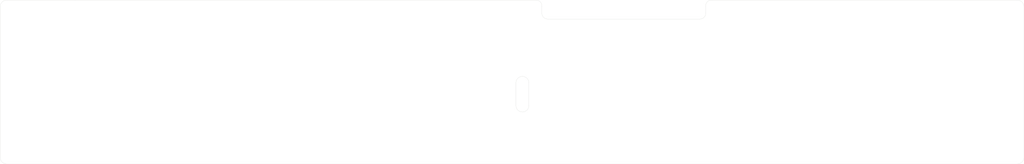
<source format=kicad_pcb>
(kicad_pcb (version 20171130) (host pcbnew "(5.1.12)-1")

  (general
    (thickness 1.6)
    (drawings 0)
    (tracks 0)
    (zones 0)
    (modules 0)
    (nets 1)
  )

  (page A4)
  (layers
    (0 F.Cu signal)
    (31 B.Cu signal)
    (32 B.Adhes user)
    (33 F.Adhes user)
    (34 B.Paste user)
    (35 F.Paste user)
    (36 B.SilkS user)
    (37 F.SilkS user)
    (38 B.Mask user)
    (39 F.Mask user)
    (40 Dwgs.User user)
    (41 Cmts.User user)
    (42 Eco1.User user)
    (43 Eco2.User user)
    (44 Edge.Cuts user)
    (45 Margin user)
    (46 B.CrtYd user)
    (47 F.CrtYd user)
    (48 B.Fab user)
    (49 F.Fab user)
  )

  (setup
    (last_trace_width 0.25)
    (trace_clearance 0.2)
    (zone_clearance 0.508)
    (zone_45_only no)
    (trace_min 0.2)
    (via_size 0.8)
    (via_drill 0.4)
    (via_min_size 0.4)
    (via_min_drill 0.3)
    (uvia_size 0.3)
    (uvia_drill 0.1)
    (uvias_allowed no)
    (uvia_min_size 0.2)
    (uvia_min_drill 0.1)
    (edge_width 0.05)
    (segment_width 0.2)
    (pcb_text_width 0.3)
    (pcb_text_size 1.5 1.5)
    (mod_edge_width 0.12)
    (mod_text_size 1 1)
    (mod_text_width 0.15)
    (pad_size 1.524 1.524)
    (pad_drill 0.762)
    (pad_to_mask_clearance 0)
    (aux_axis_origin 0 0)
    (grid_origin 83 149)
    (visible_elements FFFFFF7F)
    (pcbplotparams
      (layerselection 0x010fc_ffffffff)
      (usegerberextensions false)
      (usegerberattributes true)
      (usegerberadvancedattributes true)
      (creategerberjobfile true)
      (excludeedgelayer true)
      (linewidth 0.150000)
      (plotframeref false)
      (viasonmask false)
      (mode 1)
      (useauxorigin false)
      (hpglpennumber 1)
      (hpglpenspeed 20)
      (hpglpendiameter 15.000000)
      (psnegative false)
      (psa4output false)
      (plotreference true)
      (plotvalue true)
      (plotinvisibletext false)
      (padsonsilk false)
      (subtractmaskfromsilk false)
      (outputformat 1)
      (mirror false)
      (drillshape 1)
      (scaleselection 1)
      (outputdirectory ""))
  )

  (net 0 "")

  (net_class Default "This is the default net class."
    (clearance 0.2)
    (trace_width 0.25)
    (via_dia 0.8)
    (via_drill 0.4)
    (uvia_dia 0.3)
    (uvia_drill 0.1)
  )


  (gr_line (start 145.968064 265.121403) (end 280.998662 265.121403) (angle 90) (layer Edge.Cuts) (width 0.05))
  (gr_arc (start 281.002460 266.816151) (end 282.696203 266.874621) (angle -92.105539) (layer Edge.Cuts) (width 0.05))
  (gr_line (start 282.696203 266.874621) (end 282.700000 268.968662) (angle 90) (layer Edge.Cuts) (width 0.05))
  (gr_arc (start 284.401337 268.968663) (end 282.700000 268.968662) (angle -90.000084) (layer Edge.Cuts) (width 0.05))
  (gr_line (start 284.401338 270.670000) (end 328.998662 270.670000) (angle 90) (layer Edge.Cuts) (width 0.05))
  (gr_arc (start 328.998663 268.968663) (end 328.998662 270.670000) (angle -90.000084) (layer Edge.Cuts) (width 0.05))
  (gr_line (start 330.700000 268.968662) (end 330.699953 266.871294) (angle 90) (layer Edge.Cuts) (width 0.05))
  (gr_arc (start 332.366177 266.784695) (end 332.401336 265.116593) (angle -94.182641) (layer Edge.Cuts) (width 0.05))
  (gr_line (start 332.401336 265.116593) (end 421.957153 265.116593) (angle 90) (layer Edge.Cuts) (width 0.05))
  (gr_arc (start 421.957153 267.116593) (end 423.957153 267.116593) (angle -90.000000) (layer Edge.Cuts) (width 0.05))
  (gr_line (start 423.957153 267.116593) (end 423.957153 311.144623) (angle 90) (layer Edge.Cuts) (width 0.05))
  (gr_arc (start 421.957153 311.144623) (end 421.957153 313.144623) (angle -90.000000) (layer Edge.Cuts) (width 0.05))
  (gr_line (start 421.957153 313.144623) (end 145.968064 313.144623) (angle 90) (layer Edge.Cuts) (width 0.05))
  (gr_line (start 145.968064 313.144623) (end 125.957153 313.144623) (angle 90) (layer Edge.Cuts) (width 0.05))
  (gr_arc (start 125.957153 311.144623) (end 123.957153 311.144623) (angle -90.000000) (layer Edge.Cuts) (width 0.05))
  (gr_line (start 123.957153 267.121403) (end 123.957153 311.144623) (angle 90) (layer Edge.Cuts) (width 0.05))
  (gr_arc (start 125.957153 267.121403) (end 125.957153 265.121403) (angle -90.000000) (layer Edge.Cuts) (width 0.05))
  (gr_line (start 145.968064 265.121403) (end 125.957153 265.121403) (angle 90) (layer Edge.Cuts) (width 0.05))
  (gr_arc (start 277.000000 289.375000) (end 278.900000 289.375000) (angle -180.000000) (layer Edge.Cuts) (width 0.05))
  (gr_line (start 275.100000 289.375000) (end 275.100000 296.000000) (angle 90) (layer Edge.Cuts) (width 0.05))
  (gr_arc (start 277.000000 296.000000) (end 275.100000 296.000000) (angle -180.000000) (layer Edge.Cuts) (width 0.05))
  (gr_line (start 278.900000 289.375000) (end 278.900000 296.000000) (angle 90) (layer Edge.Cuts) (width 0.05))
)
 
</source>
